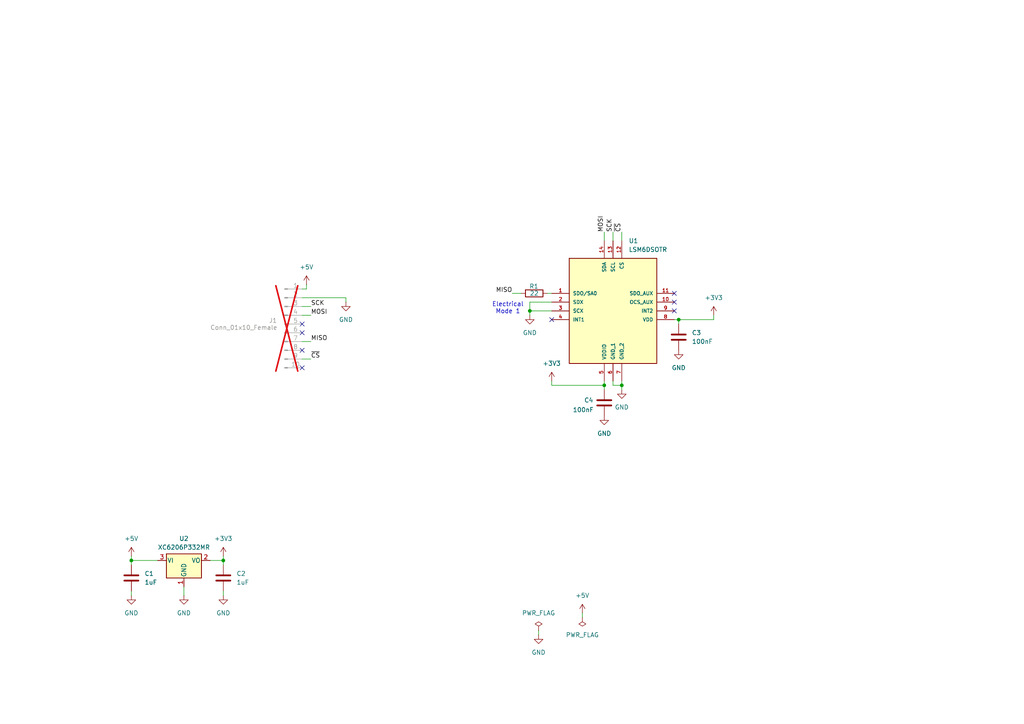
<source format=kicad_sch>
(kicad_sch (version 20231120) (generator "eeschema") (generator_version "8.0")
  (paper "A4")
  (title_block (title "J20 LSM6DS IMU") (date "2024-12-20") (rev "1.0") (company "Clemens Elflein, openmower.de") (comment 1 "Creative Commons Attribution-NonCommercial-ShareAlike 4.0 International License.") (comment 2 "Licensed under ") (comment 4 "(C) Apehaenger 2024 <joerg@ebeling.ws>"))
  (lib_symbols
    (symbol "Connector:Conn_01x10_Pin" (pin_names (offset 1.016) hide)
      (property "Reference" "J" (at 0 12.7 0))
      (property "Value" "Conn_01x10_Pin" (at 0 -15.24 0))
      (symbol "Conn_01x10_Pin_1_1"
        (polyline (pts (xy 1.27 -12.7) (xy 0.8636 -12.7)) (stroke (width 0.1524)))
        (polyline (pts (xy 1.27 -10.16) (xy 0.8636 -10.16)) (stroke (width 0.1524)))
        (polyline (pts (xy 1.27 -7.62) (xy 0.8636 -7.62)) (stroke (width 0.1524)))
        (polyline (pts (xy 1.27 -5.08) (xy 0.8636 -5.08)) (stroke (width 0.1524)))
        (polyline (pts (xy 1.27 -2.54) (xy 0.8636 -2.54)) (stroke (width 0.1524)))
        (polyline (pts (xy 1.27 0) (xy 0.8636 0)) (stroke (width 0.1524)))
        (polyline (pts (xy 1.27 2.54) (xy 0.8636 2.54)) (stroke (width 0.1524)))
        (polyline (pts (xy 1.27 5.08) (xy 0.8636 5.08)) (stroke (width 0.1524)))
        (polyline (pts (xy 1.27 7.62) (xy 0.8636 7.62)) (stroke (width 0.1524)))
        (polyline (pts (xy 1.27 10.16) (xy 0.8636 10.16)) (stroke (width 0.1524)))
        (rectangle (start 0.8636 -12.573) (end 0 -12.827) (stroke (width 0.1524)) (fill (type outline)))
        (rectangle (start 0.8636 -10.033) (end 0 -10.287) (stroke (width 0.1524)) (fill (type outline)))
        (rectangle (start 0.8636 -7.493) (end 0 -7.747) (stroke (width 0.1524)) (fill (type outline)))
        (rectangle (start 0.8636 -4.953) (end 0 -5.207) (stroke (width 0.1524)) (fill (type outline)))
        (rectangle (start 0.8636 -2.413) (end 0 -2.667) (stroke (width 0.1524)) (fill (type outline)))
        (rectangle (start 0.8636 0.127) (end 0 -0.127) (stroke (width 0.1524)) (fill (type outline)))
        (rectangle (start 0.8636 2.667) (end 0 2.413) (stroke (width 0.1524)) (fill (type outline)))
        (rectangle (start 0.8636 5.207) (end 0 4.953) (stroke (width 0.1524)) (fill (type outline)))
        (rectangle (start 0.8636 7.747) (end 0 7.493) (stroke (width 0.1524)) (fill (type outline)))
        (rectangle (start 0.8636 10.287) (end 0 10.033) (stroke (width 0.1524)) (fill (type outline)))
        (pin passive line (at 5.08 10.16 180) (length 3.81) (name "Pin_1") (number "1"))
        (pin passive line (at 5.08 -12.7 180) (length 3.81) (name "Pin_10") (number "10"))
        (pin passive line (at 5.08 7.62 180) (length 3.81) (name "Pin_2") (number "2"))
        (pin passive line (at 5.08 5.08 180) (length 3.81) (name "Pin_3") (number "3"))
        (pin passive line (at 5.08 2.54 180) (length 3.81) (name "Pin_4") (number "4"))
        (pin passive line (at 5.08 0 180) (length 3.81) (name "Pin_5") (number "5"))
        (pin passive line (at 5.08 -2.54 180) (length 3.81) (name "Pin_6") (number "6"))
        (pin passive line (at 5.08 -5.08 180) (length 3.81) (name "Pin_7") (number "7"))
        (pin passive line (at 5.08 -7.62 180) (length 3.81) (name "Pin_8") (number "8"))
        (pin passive line (at 5.08 -10.16 180) (length 3.81) (name "Pin_9") (number "9"))
      )
    )
    (symbol "Device:C" (pin_numbers hide) (pin_names (offset 0.254))
      (property "Reference" "C" (at 0.635 2.54 0))
      (property "Value" "C" (at 0.635 -2.54 0))
      (symbol "C_0_1"
        (polyline (pts (xy -2.032 -0.762) (xy 2.032 -0.762)) (stroke (width 0.508)))
        (polyline (pts (xy -2.032 0.762) (xy 2.032 0.762)) (stroke (width 0.508)))
      )
      (symbol "C_1_1"
        (pin passive line (at 0 3.81 270) (length 2.794) (name "~") (number "1"))
        (pin passive line (at 0 -3.81 90) (length 2.794) (name "~") (number "2"))
      )
    )
    (symbol "Device:R" (pin_numbers hide) (pin_names (offset 0))
      (property "Reference" "R" (at 2.032 0 90))
      (property "Value" "R" (at 0 0 90))
      (symbol "R_0_1"
        (rectangle (start -1.016 -2.54) (end 1.016 2.54) (stroke (width 0.254)))
      )
      (symbol "R_1_1"
        (pin passive line (at 0 3.81 270) (length 1.27) (name "~") (number "1"))
        (pin passive line (at 0 -3.81 90) (length 1.27) (name "~") (number "2"))
      )
    )
    (symbol "Regulator_Linear:XC6206PxxxMR" (pin_names (offset 0.254))
      (property "Reference" "U" (at -3.81 3.175 0))
      (property "Value" "XC6206PxxxMR" (at 0 3.175 0))
      (symbol "XC6206PxxxMR_0_1"
        (rectangle (start -5.08 1.905) (end 5.08 -5.08) (stroke (width 0.254)) (fill (type background)))
      )
      (symbol "XC6206PxxxMR_1_1"
        (pin power_in line (at 0 -7.62 90) (length 2.54) (name "GND") (number "1"))
        (pin power_out line (at 7.62 0 180) (length 2.54) (name "VO") (number "2"))
        (pin power_in line (at -7.62 0 0) (length 2.54) (name "VI") (number "3"))
      )
    )
    (symbol "hw-openmower-utils-v1-j20-lsm6ds:LSM6DSOTR" (pin_names (offset 1.016))
      (property "Reference" "U" (at 22.352 14.478 0))
      (property "Value" "LSM6DSOTR" (at 22.352 12.192 0))
      (symbol "LSM6DSOTR_0_0"
        (rectangle (start 5.08 -20.32) (end 30.48 10.16) (stroke (width 0.254)) (fill (type background)))
        (pin bidirectional line (at 0 0 0) (length 5.08) (name "SDO/SA0") (number "1"))
        (pin bidirectional line (at 35.56 -2.54 180) (length 5.08) (name "OCS_AUX") (number "10"))
        (pin bidirectional line (at 35.56 0 180) (length 5.08) (name "SDO_AUX") (number "11"))
        (pin input line (at 20.32 15.24 270) (length 5.08) (name "CS") (number "12"))
        (pin bidirectional line (at 17.78 15.24 270) (length 5.08) (name "SCL") (number "13"))
        (pin bidirectional line (at 15.24 15.24 270) (length 5.08) (name "SDA") (number "14"))
        (pin bidirectional line (at 0 -2.54 0) (length 5.08) (name "SDX") (number "2"))
        (pin bidirectional line (at 0 -5.08 0) (length 5.08) (name "SCX") (number "3"))
        (pin input line (at 0 -7.62 0) (length 5.08) (name "INT1") (number "4"))
        (pin power_in line (at 15.24 -25.4 90) (length 5.08) (name "VDDIO") (number "5"))
        (pin power_in line (at 17.78 -25.4 90) (length 5.08) (name "GND_1") (number "6"))
        (pin power_in line (at 20.32 -25.4 90) (length 5.08) (name "GND_2") (number "7"))
        (pin power_in line (at 35.56 -7.62 180) (length 5.08) (name "VDD") (number "8"))
        (pin input line (at 35.56 -5.08 180) (length 5.08) (name "INT2") (number "9"))
      )
    )
    (symbol "power:+3V3" (power) (pin_numbers hide) (pin_names (offset 0) hide)
      (property "Value" "+3V3" (at 0 3.556 0))
      (symbol "+3V3_0_1"
        (polyline (pts (xy -0.762 1.27) (xy 0 2.54)))
        (polyline (pts (xy 0 0) (xy 0 2.54)))
        (polyline (pts (xy 0 2.54) (xy 0.762 1.27)))
      )
      (symbol "+3V3_1_1"
        (pin power_in line (at 0 0 90) (length 0) (name "~") (number "1"))
      )
    )
    (symbol "power:+5V" (power) (pin_numbers hide) (pin_names (offset 0) hide)
      (property "Value" "+5V" (at 0 3.556 0))
      (symbol "+5V_0_1"
        (polyline (pts (xy -0.762 1.27) (xy 0 2.54)))
        (polyline (pts (xy 0 0) (xy 0 2.54)))
        (polyline (pts (xy 0 2.54) (xy 0.762 1.27)))
      )
      (symbol "+5V_1_1"
        (pin power_in line (at 0 0 90) (length 0) (name "~") (number "1"))
      )
    )
    (symbol "power:GND" (power) (pin_numbers hide) (pin_names (offset 0) hide)
      (property "Value" "GND" (at 0 -3.81 0))
      (symbol "GND_0_1"
        (polyline (pts (xy 0 0) (xy 0 -1.27) (xy 1.27 -1.27) (xy 0 -2.54) (xy -1.27 -1.27) (xy 0 -1.27)))
      )
      (symbol "GND_1_1"
        (pin power_in line (at 0 0 270) (length 0) (name "~") (number "1"))
      )
    )
    (symbol "power:PWR_FLAG" (power) (pin_numbers hide) (pin_names (offset 0) hide)
      (property "Value" "PWR_FLAG" (at 0 3.81 0))
      (symbol "PWR_FLAG_0_0"
        (pin power_out line (at 0 0 90) (length 0) (name "~") (number "1"))
      )
      (symbol "PWR_FLAG_0_1"
        (polyline (pts (xy 0 0) (xy 0 1.27) (xy -1.016 1.905) (xy 0 2.54) (xy 1.016 1.905) (xy 0 1.27)))
      )
    )
  )
  (junction (at 153.67 90.17))
  (junction (at 38.1 162.56))
  (junction (at 175.26 111.76))
  (junction (at 196.85 92.71))
  (junction (at 64.77 162.56))
  (junction (at 180.34 111.76))
  (no_connect (at 195.58 90.17))
  (no_connect (at 87.63 93.98))
  (no_connect (at 87.63 96.52))
  (no_connect (at 160.02 92.71))
  (no_connect (at 87.63 101.6))
  (no_connect (at 195.58 85.09))
  (no_connect (at 87.63 106.68))
  (no_connect (at 195.58 87.63))
  (wire (pts (xy 100.33 86.36) (xy 100.33 87.63)))
  (wire (pts (xy 156.21 182.88) (xy 156.21 184.15)))
  (wire (pts (xy 160.02 111.76) (xy 160.02 110.49)))
  (wire (pts (xy 168.91 177.8) (xy 168.91 179.07)))
  (wire (pts (xy 160.02 111.76) (xy 175.26 111.76)))
  (wire (pts (xy 87.63 91.44) (xy 90.17 91.44)))
  (wire (pts (xy 153.67 90.17) (xy 160.02 90.17)))
  (wire (pts (xy 87.63 104.14) (xy 90.17 104.14)))
  (wire (pts (xy 180.34 67.31) (xy 180.34 69.85)))
  (wire (pts (xy 53.34 170.18) (xy 53.34 172.72)))
  (wire (pts (xy 196.85 92.71) (xy 196.85 93.98)))
  (wire (pts (xy 196.85 92.71) (xy 207.01 92.71)))
  (wire (pts (xy 153.67 87.63) (xy 160.02 87.63)))
  (wire (pts (xy 177.8 67.31) (xy 177.8 69.85)))
  (wire (pts (xy 64.77 163.83) (xy 64.77 162.56)))
  (wire (pts (xy 175.26 67.31) (xy 175.26 69.85)))
  (wire (pts (xy 38.1 162.56) (xy 45.72 162.56)))
  (wire (pts (xy 153.67 91.44) (xy 153.67 90.17)))
  (wire (pts (xy 88.9 83.82) (xy 88.9 82.55)))
  (wire (pts (xy 195.58 92.71) (xy 196.85 92.71)))
  (wire (pts (xy 177.8 110.49) (xy 177.8 111.76)))
  (wire (pts (xy 64.77 162.56) (xy 60.96 162.56)))
  (wire (pts (xy 175.26 111.76) (xy 175.26 110.49)))
  (wire (pts (xy 64.77 161.29) (xy 64.77 162.56)))
  (wire (pts (xy 87.63 88.9) (xy 90.17 88.9)))
  (wire (pts (xy 38.1 171.45) (xy 38.1 172.72)))
  (wire (pts (xy 180.34 111.76) (xy 180.34 110.49)))
  (wire (pts (xy 38.1 163.83) (xy 38.1 162.56)))
  (wire (pts (xy 153.67 90.17) (xy 153.67 87.63)))
  (wire (pts (xy 87.63 99.06) (xy 90.17 99.06)))
  (wire (pts (xy 158.75 85.09) (xy 160.02 85.09)))
  (wire (pts (xy 64.77 171.45) (xy 64.77 172.72)))
  (wire (pts (xy 177.8 111.76) (xy 180.34 111.76)))
  (wire (pts (xy 175.26 111.76) (xy 175.26 113.03)))
  (wire (pts (xy 38.1 161.29) (xy 38.1 162.56)))
  (wire (pts (xy 87.63 83.82) (xy 88.9 83.82)))
  (wire (pts (xy 148.59 85.09) (xy 151.13 85.09)))
  (wire (pts (xy 180.34 111.76) (xy 180.34 113.03)))
  (wire (pts (xy 207.01 92.71) (xy 207.01 91.44)))
  (wire (pts (xy 87.63 86.36) (xy 100.33 86.36)))
  (text "Electrical\nMode 1" (at 147.32 89.408 0) (effects (font (size 1.27 1.27))))
  (label "MISO" (at 148.59 85.09 180))
  (label "MOSI" (at 90.17 91.44 0))
  (label "SCK" (at 177.8 67.31 90))
  (label "~{CS}" (at 90.17 104.14 0))
  (label "MOSI" (at 175.26 67.31 90))
  (label "MISO" (at 90.17 99.06 0))
  (label "~{CS}" (at 180.34 67.31 90))
  (label "SCK" (at 90.17 88.9 0))
  (symbol (lib_id "Device:C") (at 38.1 167.64 0) (unit 1)
    (property "Reference" "C1" (at 41.91 166.3699 0) (effects (justify left)))
    (property "Value" "1uF" (at 41.91 168.9099 0) (effects (justify left)))
    (property "Footprint" "Capacitor_SMD:C_0603_1608Metric" (effects (hide yes)))
    (property "Description" "50V 1uF X5R ±10% 0603 Multilayer Ceramic Capacitor" (effects (hide yes)))
    (property "LCSC" "C15849" (effects (hide yes)))
  )
  (symbol (lib_id "power:GND") (at 38.1 172.72 0) (mirror y) (unit 1)
    (property "Reference" "#PWR011" (effects (hide yes)))
    (property "Value" "GND" (at 38.1 177.8 0))
    (property "Description" "Power symbol creates a global label with name \"GND\" , ground" (effects (hide yes)))
  )
  (symbol (lib_id "Regulator_Linear:XC6206PxxxMR") (at 53.34 162.56 0) (unit 1)
    (property "Reference" "U2" (at 53.34 156.21 0))
    (property "Value" "XC6206P332MR" (at 53.34 158.75 0))
    (property "Footprint" "Package_TO_SOT_SMD:SOT-23-3" (effects (hide yes)))
    (property "Datasheet" "https://www.torexsemi.com/file/xc6206/XC6206.pdf" (effects (hide yes)))
    (property "Description" "Positive 60-250mA Low Dropout Regulator, Fixed Output, SOT-23" (effects (hide yes)))
    (property "LCSC" "C347376" (effects (hide yes)))
  )
  (symbol (lib_id "power:PWR_FLAG") (at 156.21 182.88 0) (unit 1)
    (property "Reference" "#FLG01" (effects (hide yes)))
    (property "Value" "PWR_FLAG" (at 156.21 177.8 0))
    (property "Description" "Special symbol for telling ERC where power comes from" (effects (hide yes)))
  )
  (symbol (lib_id "power:GND") (at 156.21 184.15 0) (mirror y) (unit 1)
    (property "Reference" "#PWR014" (effects (hide yes)))
    (property "Value" "GND" (at 156.21 189.23 0))
    (property "Description" "Power symbol creates a global label with name \"GND\" , ground" (effects (hide yes)))
  )
  (symbol (lib_id "power:PWR_FLAG") (at 168.91 179.07 180) (unit 1)
    (property "Reference" "#FLG03" (effects (hide yes)))
    (property "Value" "PWR_FLAG" (at 168.91 184.15 0))
    (property "Description" "Special symbol for telling ERC where power comes from" (effects (hide yes)))
  )
  (symbol (lib_id "power:GND") (at 196.85 101.6 0) (unit 1)
    (property "Reference" "#PWR04" (effects (hide yes)))
    (property "Value" "GND" (at 196.85 106.68 0))
    (property "Description" "Power symbol creates a global label with name \"GND\" , ground" (effects (hide yes)))
  )
  (symbol (lib_id "power:GND") (at 53.34 172.72 0) (mirror y) (unit 1)
    (property "Reference" "#PWR09" (effects (hide yes)))
    (property "Value" "GND" (at 53.34 177.8 0))
    (property "Description" "Power symbol creates a global label with name \"GND\" , ground" (effects (hide yes)))
  )
  (symbol (lib_id "power:+3V3") (at 160.02 110.49 0) (unit 1)
    (property "Reference" "#PWR06" (effects (hide yes)))
    (property "Value" "+3V3" (at 160.02 105.41 0))
    (property "Description" "Power symbol creates a global label with name \"+3V3\"" (effects (hide yes)))
  )
  (symbol (lib_id "power:+5V") (at 168.91 177.8 0) (unit 1)
    (property "Reference" "#PWR016" (effects (hide yes)))
    (property "Value" "+5V" (at 168.91 172.72 0))
    (property "Description" "Power symbol creates a global label with name \"+5V\"" (effects (hide yes)))
  )
  (symbol (lib_id "power:+3V3") (at 64.77 161.29 0) (unit 1)
    (property "Reference" "#PWR013" (effects (hide yes)))
    (property "Value" "+3V3" (at 64.77 156.21 0))
    (property "Description" "Power symbol creates a global label with name \"+3V3\"" (effects (hide yes)))
  )
  (symbol (lib_id "power:+3V3") (at 207.01 91.44 0) (unit 1)
    (property "Reference" "#PWR05" (effects (hide yes)))
    (property "Value" "+3V3" (at 207.01 86.36 0))
    (property "Description" "Power symbol creates a global label with name \"+3V3\"" (effects (hide yes)))
  )
  (symbol (lib_id "Device:C") (at 175.26 116.84 0) (unit 1)
    (property "Reference" "C4" (at 169.418 116.078 0) (effects (justify left)))
    (property "Value" "100nF" (at 166.116 118.872 0) (effects (justify left)))
    (property "Footprint" "Capacitor_SMD:C_0603_1608Metric" (effects (hide yes)))
    (property "Description" "50V 100nF X7R ±10% 0603 Multilayer Ceramic Capacitor" (effects (hide yes)))
    (property "LCSC" "C14663" (effects (hide yes)))
  )
  (symbol (lib_id "Device:C") (at 64.77 167.64 0) (unit 1)
    (property "Reference" "C2" (at 68.58 166.3699 0) (effects (justify left)))
    (property "Value" "1uF" (at 68.58 168.9099 0) (effects (justify left)))
    (property "Footprint" "Capacitor_SMD:C_0603_1608Metric" (effects (hide yes)))
    (property "Description" "50V 1uF X5R ±10% 0603 Multilayer Ceramic Capacitor" (effects (hide yes)))
    (property "LCSC" "C15849" (effects (hide yes)))
  )
  (symbol (lib_id "Device:R") (at 154.94 85.09 90) (unit 1)
    (property "Reference" "R1" (at 156.21 83.058 90) (effects (justify left)))
    (property "Value" "22" (at 154.94 85.09 90))
    (property "Footprint" "Resistor_SMD:R_0603_1608Metric" (effects (hide yes)))
    (property "Description" "100mW Thick Film Resistors 75V ±100ppm/℃ ±1% 22Ω 0603 Chip Resistor" (effects (hide yes)))
    (property "LCSC" "C23345" (effects (hide yes)))
  )
  (symbol (lib_id "Device:C") (at 196.85 97.79 0) (unit 1)
    (property "Reference" "C3" (at 200.66 96.5199 0) (effects (justify left)))
    (property "Value" "100nF" (at 200.66 99.0599 0) (effects (justify left)))
    (property "Footprint" "Capacitor_SMD:C_0603_1608Metric" (effects (hide yes)))
    (property "Description" "50V 100nF X7R ±10% 0603 Multilayer Ceramic Capacitor" (effects (hide yes)))
    (property "LCSC" "C14663" (effects (hide yes)))
  )
  (symbol (lib_id "power:+5V") (at 38.1 161.29 0) (unit 1)
    (property "Reference" "#PWR012" (effects (hide yes)))
    (property "Value" "+5V" (at 38.1 156.21 0))
    (property "Description" "Power symbol creates a global label with name \"+5V\"" (effects (hide yes)))
  )
  (symbol (lib_id "power:GND") (at 100.33 87.63 0) (unit 1)
    (property "Reference" "#PWR02" (effects (hide yes)))
    (property "Value" "GND" (at 100.33 92.71 0))
    (property "Description" "Power symbol creates a global label with name \"GND\" , ground" (effects (hide yes)))
  )
  (symbol (lib_id "power:GND") (at 175.26 120.65 0) (mirror y) (unit 1)
    (property "Reference" "#PWR07" (effects (hide yes)))
    (property "Value" "GND" (at 175.26 125.73 0))
    (property "Description" "Power symbol creates a global label with name \"GND\" , ground" (effects (hide yes)))
  )
  (symbol (lib_id "Connector:Conn_01x10_Pin") (at 82.55 93.98 0) (unit 1) (in_bom no) (dnp yes)
    (property "Reference" "J1" (at 77.978 92.964 0) (effects (justify left)))
    (property "Value" "Conn_01x10_Female" (at 60.96 94.996 0) (effects (justify left)))
    (property "Footprint" "Connector_PinHeader_2.54mm:PinHeader_1x10_P2.54mm_Vertical" (effects (hide yes)))
    (property "Description" "Generic connector, single row, 01x10, script generated" (effects (hide yes)))
    (property "LCSC" "C2894933" (effects (hide yes)))
    (property "Part Number" "PZ254-1-10-Z-8.5" (effects (hide yes)))
    (property "Stock_PN" "J-TH-1x10-.1" (effects (hide yes)))
    (property "Config" "do not place" (effects (hide yes)))
  )
  (symbol (lib_id "power:+5V") (at 88.9 82.55 0) (unit 1)
    (property "Reference" "#PWR01" (effects (hide yes)))
    (property "Value" "+5V" (at 88.9 77.47 0))
    (property "Description" "Power symbol creates a global label with name \"+5V\"" (effects (hide yes)))
  )
  (symbol (lib_id "power:GND") (at 153.67 91.44 0) (mirror y) (unit 1)
    (property "Reference" "#PWR08" (effects (hide yes)))
    (property "Value" "GND" (at 153.67 96.52 0))
    (property "Description" "Power symbol creates a global label with name \"GND\" , ground" (effects (hide yes)))
  )
  (symbol (lib_id "power:GND") (at 64.77 172.72 0) (mirror y) (unit 1)
    (property "Reference" "#PWR010" (effects (hide yes)))
    (property "Value" "GND" (at 64.77 177.8 0))
    (property "Description" "Power symbol creates a global label with name \"GND\" , ground" (effects (hide yes)))
  )
  (symbol (lib_id "hw-openmower-utils-v1-j20-lsm6ds:LSM6DSOTR") (at 160.02 85.09 0) (unit 1)
    (property "Reference" "U1" (at 182.3594 69.85 0) (effects (justify left)))
    (property "Value" "LSM6DSOTR" (at 182.3594 72.39 0) (effects (justify left)))
    (property "Footprint" "Library:LSM6DSOTR" (effects (hide yes)))
    (property "OC_MOUSER" "511-LSM6DSOTR" (effects (hide yes)))
    (property "MF" "STMicroelectronics" (effects (hide yes)))
    (property "PACKAGE" "LGA-14L" (effects (hide yes)))
    (property "Package" "VFLGA-14 STMicroelectronics" (effects (hide yes)))
    (property "MP" "LSM6DSOTR" (effects (hide yes)))
    (property "LCSC" "C2655100" (effects (hide yes)))
  )
  (symbol (lib_id "power:GND") (at 180.34 113.03 0) (unit 1)
    (property "Reference" "#PWR03" (effects (hide yes)))
    (property "Value" "GND" (at 180.34 118.11 0))
    (property "Description" "Power symbol creates a global label with name \"GND\" , ground" (effects (hide yes)))
  )
)
</source>
